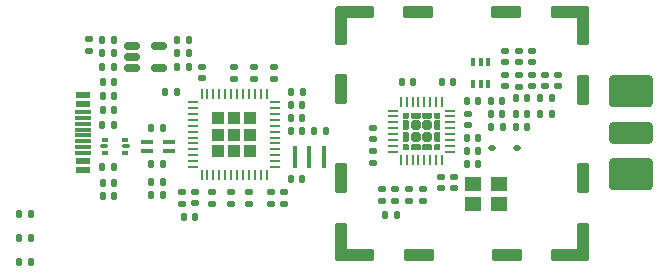
<source format=gtp>
G04 #@! TF.GenerationSoftware,KiCad,Pcbnew,9.0.0*
G04 #@! TF.CreationDate,2025-05-06T12:44:32+02:00*
G04 #@! TF.ProjectId,Headless TEF lite,48656164-6c65-4737-9320-544546206c69,v1.0*
G04 #@! TF.SameCoordinates,Original*
G04 #@! TF.FileFunction,Paste,Top*
G04 #@! TF.FilePolarity,Positive*
%FSLAX46Y46*%
G04 Gerber Fmt 4.6, Leading zero omitted, Abs format (unit mm)*
G04 Created by KiCad (PCBNEW 9.0.0) date 2025-05-06 12:44:32*
%MOMM*%
%LPD*%
G01*
G04 APERTURE LIST*
G04 Aperture macros list*
%AMRoundRect*
0 Rectangle with rounded corners*
0 $1 Rounding radius*
0 $2 $3 $4 $5 $6 $7 $8 $9 X,Y pos of 4 corners*
0 Add a 4 corners polygon primitive as box body*
4,1,4,$2,$3,$4,$5,$6,$7,$8,$9,$2,$3,0*
0 Add four circle primitives for the rounded corners*
1,1,$1+$1,$2,$3*
1,1,$1+$1,$4,$5*
1,1,$1+$1,$6,$7*
1,1,$1+$1,$8,$9*
0 Add four rect primitives between the rounded corners*
20,1,$1+$1,$2,$3,$4,$5,0*
20,1,$1+$1,$4,$5,$6,$7,0*
20,1,$1+$1,$6,$7,$8,$9,0*
20,1,$1+$1,$8,$9,$2,$3,0*%
%AMFreePoly0*
4,1,19,0.216293,0.240836,0.256593,0.185367,0.262023,0.151086,0.262023,-0.059182,0.240836,-0.124389,0.229530,-0.137626,0.137626,-0.229530,0.076536,-0.260657,0.059182,-0.262023,-0.151086,-0.262023,-0.216293,-0.240836,-0.256593,-0.185367,-0.262023,-0.151086,-0.262023,0.151086,-0.240836,0.216293,-0.185367,0.256593,-0.151086,0.262023,0.151086,0.262023,0.216293,0.240836,0.216293,0.240836,
$1*%
%AMFreePoly1*
4,1,21,0.158921,0.382768,0.164515,0.377643,0.236554,0.305603,0.261692,0.251692,0.262023,0.244114,0.262023,-0.244114,0.241678,-0.300010,0.236554,-0.305603,0.164515,-0.377643,0.110605,-0.402782,0.103025,-0.403113,-0.175064,-0.403113,-0.230960,-0.382768,-0.260702,-0.331254,-0.262023,-0.316154,-0.262023,0.316154,-0.241678,0.372050,-0.190164,0.401792,-0.175064,0.403113,0.103025,0.403113,
0.158921,0.382768,0.158921,0.382768,$1*%
%AMFreePoly2*
4,1,19,0.124389,0.240836,0.137626,0.229530,0.229530,0.137626,0.260657,0.076536,0.262023,0.059182,0.262023,-0.151086,0.240836,-0.216293,0.185367,-0.256593,0.151086,-0.262023,-0.151086,-0.262023,-0.216293,-0.240836,-0.256593,-0.185367,-0.262023,-0.151086,-0.262023,0.151086,-0.240836,0.216293,-0.185367,0.256593,-0.151086,0.262023,0.059182,0.262023,0.124389,0.240836,0.124389,0.240836,
$1*%
%AMFreePoly3*
4,1,21,0.372050,0.241678,0.401792,0.190164,0.403113,0.175064,0.403113,-0.103025,0.382768,-0.158921,0.377643,-0.164515,0.305603,-0.236554,0.251692,-0.261692,0.244114,-0.262023,-0.244114,-0.262023,-0.300010,-0.241678,-0.305603,-0.236554,-0.377643,-0.164515,-0.402782,-0.110605,-0.403113,-0.103025,-0.403113,0.175064,-0.382768,0.230960,-0.331254,0.260702,-0.316154,0.262023,0.316154,0.262023,
0.372050,0.241678,0.372050,0.241678,$1*%
%AMFreePoly4*
4,1,21,0.300010,0.241678,0.305603,0.236554,0.377643,0.164515,0.402782,0.110605,0.403113,0.103025,0.403113,-0.175064,0.382768,-0.230960,0.331254,-0.260702,0.316154,-0.262023,-0.316154,-0.262023,-0.372050,-0.241678,-0.401792,-0.190164,-0.403113,-0.175064,-0.403113,0.103025,-0.382768,0.158921,-0.377643,0.164515,-0.305603,0.236554,-0.251692,0.261692,-0.244114,0.262023,0.244114,0.262023,
0.300010,0.241678,0.300010,0.241678,$1*%
%AMFreePoly5*
4,1,19,0.216293,0.240836,0.256593,0.185367,0.262023,0.151086,0.262023,-0.151086,0.240836,-0.216293,0.185367,-0.256593,0.151086,-0.262023,-0.059182,-0.262023,-0.124389,-0.240836,-0.137626,-0.229530,-0.229530,-0.137626,-0.260657,-0.076536,-0.262023,-0.059182,-0.262023,0.151086,-0.240836,0.216293,-0.185367,0.256593,-0.151086,0.262023,0.151086,0.262023,0.216293,0.240836,0.216293,0.240836,
$1*%
%AMFreePoly6*
4,1,21,0.230960,0.382768,0.260702,0.331254,0.262023,0.316154,0.262023,-0.316154,0.241678,-0.372050,0.190164,-0.401792,0.175064,-0.403113,-0.103025,-0.403113,-0.158921,-0.382768,-0.164515,-0.377643,-0.236554,-0.305603,-0.261692,-0.251692,-0.262023,-0.244114,-0.262023,0.244114,-0.241678,0.300010,-0.236554,0.305603,-0.164515,0.377643,-0.110605,0.402782,-0.103025,0.403113,0.175064,0.403113,
0.230960,0.382768,0.230960,0.382768,$1*%
%AMFreePoly7*
4,1,19,0.216293,0.240836,0.256593,0.185367,0.262023,0.151086,0.262023,-0.151086,0.240836,-0.216293,0.185367,-0.256593,0.151086,-0.262023,-0.151086,-0.262023,-0.216293,-0.240836,-0.256593,-0.185367,-0.262023,-0.151086,-0.262023,0.059182,-0.240836,0.124389,-0.229530,0.137626,-0.137626,0.229530,-0.076536,0.260657,-0.059182,0.262023,0.151086,0.262023,0.216293,0.240836,0.216293,0.240836,
$1*%
G04 Aperture macros list end*
%ADD10RoundRect,0.140000X-0.140000X-0.170000X0.140000X-0.170000X0.140000X0.170000X-0.140000X0.170000X0*%
%ADD11RoundRect,0.135000X-0.135000X-0.185000X0.135000X-0.185000X0.135000X0.185000X-0.135000X0.185000X0*%
%ADD12RoundRect,0.100000X-0.100000X0.225000X-0.100000X-0.225000X0.100000X-0.225000X0.100000X0.225000X0*%
%ADD13RoundRect,0.147500X0.147500X0.172500X-0.147500X0.172500X-0.147500X-0.172500X0.147500X-0.172500X0*%
%ADD14RoundRect,0.140000X0.140000X0.170000X-0.140000X0.170000X-0.140000X-0.170000X0.140000X-0.170000X0*%
%ADD15RoundRect,0.135000X0.135000X0.185000X-0.135000X0.185000X-0.135000X-0.185000X0.135000X-0.185000X0*%
%ADD16RoundRect,0.147500X-0.147500X-0.172500X0.147500X-0.172500X0.147500X0.172500X-0.147500X0.172500X0*%
%ADD17RoundRect,0.135000X-0.185000X0.135000X-0.185000X-0.135000X0.185000X-0.135000X0.185000X0.135000X0*%
%ADD18RoundRect,0.250000X0.300000X0.300000X-0.300000X0.300000X-0.300000X-0.300000X0.300000X-0.300000X0*%
%ADD19RoundRect,0.062500X0.375000X0.062500X-0.375000X0.062500X-0.375000X-0.062500X0.375000X-0.062500X0*%
%ADD20RoundRect,0.062500X0.062500X0.375000X-0.062500X0.375000X-0.062500X-0.375000X0.062500X-0.375000X0*%
%ADD21RoundRect,0.140000X-0.170000X0.140000X-0.170000X-0.140000X0.170000X-0.140000X0.170000X0.140000X0*%
%ADD22RoundRect,0.135000X0.185000X-0.135000X0.185000X0.135000X-0.185000X0.135000X-0.185000X-0.135000X0*%
%ADD23R,1.400000X1.200000*%
%ADD24RoundRect,0.147500X0.172500X-0.147500X0.172500X0.147500X-0.172500X0.147500X-0.172500X-0.147500X0*%
%ADD25R,1.100000X0.400000*%
%ADD26RoundRect,0.112500X0.187500X0.112500X-0.187500X0.112500X-0.187500X-0.112500X0.187500X-0.112500X0*%
%ADD27RoundRect,0.150000X-0.512500X-0.150000X0.512500X-0.150000X0.512500X0.150000X-0.512500X0.150000X0*%
%ADD28R,0.400000X1.900000*%
%ADD29R,1.275000X0.600000*%
%ADD30R,1.300000X0.600000*%
%ADD31R,1.370000X0.300000*%
%ADD32RoundRect,0.250000X-1.595000X-0.640000X1.595000X-0.640000X1.595000X0.640000X-1.595000X0.640000X0*%
%ADD33RoundRect,0.250000X-1.595000X-1.082500X1.595000X-1.082500X1.595000X1.082500X-1.595000X1.082500X0*%
%ADD34RoundRect,0.150000X0.350000X-1.500000X0.350000X1.500000X-0.350000X1.500000X-0.350000X-1.500000X0*%
%ADD35RoundRect,0.150000X-0.350000X1.150000X-0.350000X-1.150000X0.350000X-1.150000X0.350000X1.150000X0*%
%ADD36RoundRect,0.150000X1.500000X0.350000X-1.500000X0.350000X-1.500000X-0.350000X1.500000X-0.350000X0*%
%ADD37RoundRect,0.150000X-1.500000X-0.350000X1.500000X-0.350000X1.500000X0.350000X-1.500000X0.350000X0*%
%ADD38RoundRect,0.150000X-1.150000X-0.350000X1.150000X-0.350000X1.150000X0.350000X-1.150000X0.350000X0*%
%ADD39RoundRect,0.150000X-0.350000X1.500000X-0.350000X-1.500000X0.350000X-1.500000X0.350000X1.500000X0*%
%ADD40FreePoly0,180.000000*%
%ADD41FreePoly1,180.000000*%
%ADD42FreePoly2,180.000000*%
%ADD43FreePoly3,180.000000*%
%ADD44RoundRect,0.201557X0.201556X0.201556X-0.201556X0.201556X-0.201556X-0.201556X0.201556X-0.201556X0*%
%ADD45FreePoly4,180.000000*%
%ADD46FreePoly5,180.000000*%
%ADD47FreePoly6,180.000000*%
%ADD48FreePoly7,180.000000*%
%ADD49RoundRect,0.147500X-0.172500X0.147500X-0.172500X-0.147500X0.172500X-0.147500X0.172500X0.147500X0*%
%ADD50RoundRect,0.093750X-0.156250X-0.093750X0.156250X-0.093750X0.156250X0.093750X-0.156250X0.093750X0*%
%ADD51RoundRect,0.075000X-0.250000X-0.075000X0.250000X-0.075000X0.250000X0.075000X-0.250000X0.075000X0*%
%ADD52RoundRect,0.140000X0.170000X-0.140000X0.170000X0.140000X-0.170000X0.140000X-0.170000X-0.140000X0*%
G04 APERTURE END LIST*
D10*
G04 #@! TO.C,C1*
X121727800Y-67890200D03*
X122687800Y-67890200D03*
G04 #@! TD*
D11*
G04 #@! TO.C,R3*
X121664000Y-56968200D03*
X122684000Y-56968200D03*
G04 #@! TD*
G04 #@! TO.C,R25*
X125812600Y-67788600D03*
X126832600Y-67788600D03*
G04 #@! TD*
D12*
G04 #@! TO.C,D1*
X154387400Y-56504600D03*
X153737400Y-56504600D03*
X153087400Y-56504600D03*
X153087400Y-58404600D03*
X153737400Y-58404600D03*
X154387400Y-58404600D03*
G04 #@! TD*
D13*
G04 #@! TO.C,FB3*
X138671800Y-59051000D03*
X137701800Y-59051000D03*
G04 #@! TD*
D10*
G04 #@! TO.C,C6*
X147089800Y-58222200D03*
X148049800Y-58222200D03*
G04 #@! TD*
D14*
G04 #@! TO.C,C19*
X122687800Y-58238200D03*
X121727800Y-58238200D03*
G04 #@! TD*
D15*
G04 #@! TO.C,R4*
X159742200Y-60924200D03*
X158722200Y-60924200D03*
G04 #@! TD*
D10*
G04 #@! TO.C,C24*
X137679000Y-61286200D03*
X138639000Y-61286200D03*
G04 #@! TD*
D14*
G04 #@! TO.C,C34*
X155599400Y-61991000D03*
X154639400Y-61991000D03*
G04 #@! TD*
D16*
G04 #@! TO.C,FB2*
X127029000Y-59051000D03*
X127999000Y-59051000D03*
G04 #@! TD*
D17*
G04 #@! TO.C,R13*
X146507200Y-67308000D03*
X146507200Y-68328000D03*
G04 #@! TD*
D18*
G04 #@! TO.C,U3*
X134228900Y-64047800D03*
X134228900Y-62677800D03*
X134228900Y-61307800D03*
X132858900Y-64047800D03*
X132858900Y-62677800D03*
X132858900Y-61307800D03*
X131488900Y-64047800D03*
X131488900Y-62677800D03*
X131488900Y-61307800D03*
D19*
X136296400Y-65427800D03*
X136296400Y-64927800D03*
X136296400Y-64427800D03*
X136296400Y-63927800D03*
X136296400Y-63427800D03*
X136296400Y-62927800D03*
X136296400Y-62427800D03*
X136296400Y-61927800D03*
X136296400Y-61427800D03*
X136296400Y-60927800D03*
X136296400Y-60427800D03*
X136296400Y-59927800D03*
D20*
X135608900Y-59240300D03*
X135108900Y-59240300D03*
X134608900Y-59240300D03*
X134108900Y-59240300D03*
X133608900Y-59240300D03*
X133108900Y-59240300D03*
X132608900Y-59240300D03*
X132108900Y-59240300D03*
X131608900Y-59240300D03*
X131108900Y-59240300D03*
X130608900Y-59240300D03*
X130108900Y-59240300D03*
D19*
X129421400Y-59927800D03*
X129421400Y-60427800D03*
X129421400Y-60927800D03*
X129421400Y-61427800D03*
X129421400Y-61927800D03*
X129421400Y-62427800D03*
X129421400Y-62927800D03*
X129421400Y-63427800D03*
X129421400Y-63927800D03*
X129421400Y-64427800D03*
X129421400Y-64927800D03*
X129421400Y-65427800D03*
D20*
X130108900Y-66115300D03*
X130608900Y-66115300D03*
X131108900Y-66115300D03*
X131608900Y-66115300D03*
X132108900Y-66115300D03*
X132608900Y-66115300D03*
X133108900Y-66115300D03*
X133608900Y-66115300D03*
X134108900Y-66115300D03*
X134608900Y-66115300D03*
X135108900Y-66115300D03*
X135608900Y-66115300D03*
G04 #@! TD*
D21*
G04 #@! TO.C,C7*
X159183400Y-57622400D03*
X159183400Y-58582400D03*
G04 #@! TD*
D14*
G04 #@! TO.C,C13*
X122687800Y-66772600D03*
X121727800Y-66772600D03*
G04 #@! TD*
D10*
G04 #@! TO.C,C11*
X152584600Y-59857400D03*
X153544600Y-59857400D03*
G04 #@! TD*
D22*
G04 #@! TO.C,R20*
X128456200Y-68524800D03*
X128456200Y-67504800D03*
G04 #@! TD*
D23*
G04 #@! TO.C,Y1*
X155271800Y-66830600D03*
X153071800Y-66830600D03*
X153071800Y-68530600D03*
X155271800Y-68530600D03*
G04 #@! TD*
D24*
G04 #@! TO.C,L5*
X152630200Y-61894200D03*
X152630200Y-60924200D03*
G04 #@! TD*
D10*
G04 #@! TO.C,C16*
X154611400Y-59857400D03*
X155571400Y-59857400D03*
G04 #@! TD*
D16*
G04 #@! TO.C,D5*
X114684600Y-73439600D03*
X115654600Y-73439600D03*
G04 #@! TD*
D10*
G04 #@! TO.C,C21*
X150438400Y-58220800D03*
X151398400Y-58220800D03*
G04 #@! TD*
D17*
G04 #@! TO.C,R19*
X130970800Y-67504600D03*
X130970800Y-68524600D03*
G04 #@! TD*
D22*
G04 #@! TO.C,R6*
X156948200Y-58612400D03*
X156948200Y-57592400D03*
G04 #@! TD*
D25*
G04 #@! TO.C,FL1*
X127359000Y-63273800D03*
X125459000Y-63273800D03*
X127359000Y-64073800D03*
X125459000Y-64073800D03*
G04 #@! TD*
D14*
G04 #@! TO.C,C3*
X157654200Y-59603400D03*
X156694200Y-59603400D03*
G04 #@! TD*
D13*
G04 #@! TO.C,L4*
X157659400Y-61991000D03*
X156689400Y-61991000D03*
G04 #@! TD*
D10*
G04 #@! TO.C,C28*
X128613800Y-69617400D03*
X129573800Y-69617400D03*
G04 #@! TD*
G04 #@! TO.C,C32*
X128044000Y-55778400D03*
X129004000Y-55778400D03*
G04 #@! TD*
D21*
G04 #@! TO.C,C8*
X160301000Y-57622400D03*
X160301000Y-58582400D03*
G04 #@! TD*
D22*
G04 #@! TO.C,R11*
X132613400Y-68524600D03*
X132613400Y-67504600D03*
G04 #@! TD*
D17*
G04 #@! TO.C,R14*
X145389600Y-67308000D03*
X145389600Y-68328000D03*
G04 #@! TD*
D11*
G04 #@! TO.C,R2*
X121697800Y-65451800D03*
X122717800Y-65451800D03*
G04 #@! TD*
D26*
G04 #@! TO.C,D2*
X156829800Y-63819800D03*
X154729800Y-63819800D03*
G04 #@! TD*
D17*
G04 #@! TO.C,R8*
X136228600Y-56915400D03*
X136228600Y-57935400D03*
G04 #@! TD*
G04 #@! TO.C,R23*
X120573800Y-54582600D03*
X120573800Y-55602600D03*
G04 #@! TD*
D27*
G04 #@! TO.C,U4*
X124217000Y-55154600D03*
X124217000Y-56104600D03*
X124217000Y-57054600D03*
X126492000Y-57054600D03*
X126492000Y-55154600D03*
G04 #@! TD*
D11*
G04 #@! TO.C,R1*
X121697800Y-61895800D03*
X122717800Y-61895800D03*
G04 #@! TD*
D24*
G04 #@! TO.C,L3*
X155830600Y-56532400D03*
X155830600Y-55562400D03*
G04 #@! TD*
D28*
G04 #@! TO.C,Y2*
X138045000Y-64537400D03*
X139245000Y-64537400D03*
X140445000Y-64537400D03*
G04 #@! TD*
D24*
G04 #@! TO.C,L1*
X158065800Y-58587400D03*
X158065800Y-57617400D03*
G04 #@! TD*
D11*
G04 #@! TO.C,R5*
X158724200Y-59603400D03*
X159744200Y-59603400D03*
G04 #@! TD*
G04 #@! TO.C,R24*
X125812600Y-66671000D03*
X126832600Y-66671000D03*
G04 #@! TD*
D10*
G04 #@! TO.C,C33*
X128044000Y-56917400D03*
X129004000Y-56917400D03*
G04 #@! TD*
D22*
G04 #@! TO.C,R17*
X137083800Y-68524600D03*
X137083800Y-67504600D03*
G04 #@! TD*
D13*
G04 #@! TO.C,FB4*
X129009000Y-54631400D03*
X128039000Y-54631400D03*
G04 #@! TD*
D29*
G04 #@! TO.C,J1*
X120087500Y-59300000D03*
D30*
X120075000Y-60100000D03*
D31*
X120040000Y-61250000D03*
X120040000Y-62250000D03*
X120040000Y-62750000D03*
X120040000Y-63750000D03*
D29*
X120087500Y-65700000D03*
D30*
X120075000Y-64900000D03*
D31*
X120040000Y-64250000D03*
X120040000Y-63250000D03*
X120040000Y-61750000D03*
X120040000Y-60750000D03*
G04 #@! TD*
D21*
G04 #@! TO.C,C27*
X130183400Y-56945400D03*
X130183400Y-57905400D03*
G04 #@! TD*
D32*
G04 #@! TO.C,J2*
X166426200Y-62500000D03*
D33*
X166426200Y-59007500D03*
X166426200Y-65992500D03*
G04 #@! TD*
D14*
G04 #@! TO.C,C4*
X153539400Y-64050800D03*
X152579400Y-64050800D03*
G04 #@! TD*
D34*
G04 #@! TO.C,J3*
X141925324Y-53459566D03*
D35*
X141925324Y-58851000D03*
X141925324Y-66351000D03*
D34*
X141925324Y-71751000D03*
D36*
X143073890Y-72901676D03*
D37*
X143076000Y-52311000D03*
D38*
X148415324Y-52311000D03*
X148475324Y-72891000D03*
X155915324Y-52311000D03*
X155975324Y-72891000D03*
D37*
X161265324Y-52311000D03*
D36*
X161265324Y-72901676D03*
D39*
X162416000Y-53459566D03*
D35*
X162416000Y-58881000D03*
X162416000Y-66381000D03*
D39*
X162416000Y-71751000D03*
G04 #@! TD*
D14*
G04 #@! TO.C,C35*
X155576600Y-60924200D03*
X154616600Y-60924200D03*
G04 #@! TD*
D17*
G04 #@! TO.C,R9*
X132875800Y-56915400D03*
X132875800Y-57935400D03*
G04 #@! TD*
D21*
G04 #@! TO.C,C9*
X151468600Y-66235400D03*
X151468600Y-67195400D03*
G04 #@! TD*
D11*
G04 #@! TO.C,R22*
X125835600Y-65197800D03*
X126855600Y-65197800D03*
G04 #@! TD*
D22*
G04 #@! TO.C,R10*
X134552200Y-57935400D03*
X134552200Y-56915400D03*
G04 #@! TD*
D16*
G04 #@! TO.C,D3*
X114684600Y-69439600D03*
X115654600Y-69439600D03*
G04 #@! TD*
D40*
G04 #@! TO.C,U1*
X150047800Y-63718200D03*
D41*
X150047800Y-62893200D03*
X150047800Y-61893200D03*
D42*
X150047800Y-61068200D03*
D43*
X149222800Y-63718200D03*
D44*
X149222800Y-62893200D03*
X149222800Y-61893200D03*
D45*
X149222800Y-61068200D03*
D43*
X148222800Y-63718200D03*
D44*
X148222800Y-62893200D03*
X148222800Y-61893200D03*
D45*
X148222800Y-61068200D03*
D46*
X147397800Y-63718200D03*
D47*
X147397800Y-62893200D03*
X147397800Y-61893200D03*
D48*
X147397800Y-61068200D03*
D19*
X151160300Y-64143200D03*
X151160300Y-63643200D03*
X151160300Y-63143200D03*
X151160300Y-62643200D03*
X151160300Y-62143200D03*
X151160300Y-61643200D03*
X151160300Y-61143200D03*
X151160300Y-60643200D03*
D20*
X150472800Y-59955700D03*
X149972800Y-59955700D03*
X149472800Y-59955700D03*
X148972800Y-59955700D03*
X148472800Y-59955700D03*
X147972800Y-59955700D03*
X147472800Y-59955700D03*
X146972800Y-59955700D03*
D19*
X146285300Y-60643200D03*
X146285300Y-61143200D03*
X146285300Y-61643200D03*
X146285300Y-62143200D03*
X146285300Y-62643200D03*
X146285300Y-63143200D03*
X146285300Y-63643200D03*
X146285300Y-64143200D03*
D20*
X146972800Y-64830700D03*
X147472800Y-64830700D03*
X147972800Y-64830700D03*
X148472800Y-64830700D03*
X148972800Y-64830700D03*
X149472800Y-64830700D03*
X149972800Y-64830700D03*
X150472800Y-64830700D03*
G04 #@! TD*
D10*
G04 #@! TO.C,C22*
X137679000Y-60168600D03*
X138639000Y-60168600D03*
G04 #@! TD*
D14*
G04 #@! TO.C,C31*
X157659400Y-60924200D03*
X156699400Y-60924200D03*
G04 #@! TD*
D11*
G04 #@! TO.C,R15*
X139630200Y-62403800D03*
X140650200Y-62403800D03*
G04 #@! TD*
D10*
G04 #@! TO.C,C15*
X121727800Y-60575000D03*
X122687800Y-60575000D03*
G04 #@! TD*
D17*
G04 #@! TO.C,R18*
X134137400Y-67504600D03*
X134137400Y-68524600D03*
G04 #@! TD*
D21*
G04 #@! TO.C,C12*
X156948200Y-55567400D03*
X156948200Y-56527400D03*
G04 #@! TD*
D14*
G04 #@! TO.C,C5*
X153539400Y-62933200D03*
X152579400Y-62933200D03*
G04 #@! TD*
D10*
G04 #@! TO.C,C29*
X121694000Y-54631400D03*
X122654000Y-54631400D03*
G04 #@! TD*
D17*
G04 #@! TO.C,R7*
X148820200Y-67302000D03*
X148820200Y-68322000D03*
G04 #@! TD*
D21*
G04 #@! TO.C,C18*
X144653000Y-64101800D03*
X144653000Y-65061800D03*
G04 #@! TD*
D49*
G04 #@! TO.C,L2*
X155830600Y-57617400D03*
X155830600Y-58587400D03*
G04 #@! TD*
D16*
G04 #@! TO.C,FB1*
X121722800Y-59406600D03*
X122692800Y-59406600D03*
G04 #@! TD*
D50*
G04 #@! TO.C,U2*
X121956800Y-63136300D03*
D51*
X121881800Y-63673800D03*
D50*
X121956800Y-64211300D03*
X123656800Y-64211300D03*
D51*
X123731800Y-63673800D03*
D50*
X123656800Y-63136300D03*
G04 #@! TD*
D15*
G04 #@! TO.C,R21*
X126860400Y-62149800D03*
X125840400Y-62149800D03*
G04 #@! TD*
D52*
G04 #@! TO.C,C26*
X129573800Y-68494600D03*
X129573800Y-67534600D03*
G04 #@! TD*
D10*
G04 #@! TO.C,C25*
X137679000Y-66467800D03*
X138639000Y-66467800D03*
G04 #@! TD*
D52*
G04 #@! TO.C,C14*
X144653000Y-63080600D03*
X144653000Y-62120600D03*
G04 #@! TD*
D14*
G04 #@! TO.C,C20*
X146614600Y-69494400D03*
X145654600Y-69494400D03*
G04 #@! TD*
D17*
G04 #@! TO.C,R12*
X147702600Y-67302000D03*
X147702600Y-68322000D03*
G04 #@! TD*
D22*
G04 #@! TO.C,R16*
X135966200Y-68524600D03*
X135966200Y-67504600D03*
G04 #@! TD*
D21*
G04 #@! TO.C,C17*
X158065800Y-55567400D03*
X158065800Y-56527400D03*
G04 #@! TD*
D10*
G04 #@! TO.C,C30*
X121694000Y-55799800D03*
X122654000Y-55799800D03*
G04 #@! TD*
D21*
G04 #@! TO.C,C2*
X150351000Y-66235400D03*
X150351000Y-67195400D03*
G04 #@! TD*
D10*
G04 #@! TO.C,C23*
X137679000Y-62403800D03*
X138639000Y-62403800D03*
G04 #@! TD*
D16*
G04 #@! TO.C,D4*
X114684600Y-71439600D03*
X115654600Y-71439600D03*
G04 #@! TD*
D10*
G04 #@! TO.C,C10*
X152556600Y-65168400D03*
X153516600Y-65168400D03*
G04 #@! TD*
M02*

</source>
